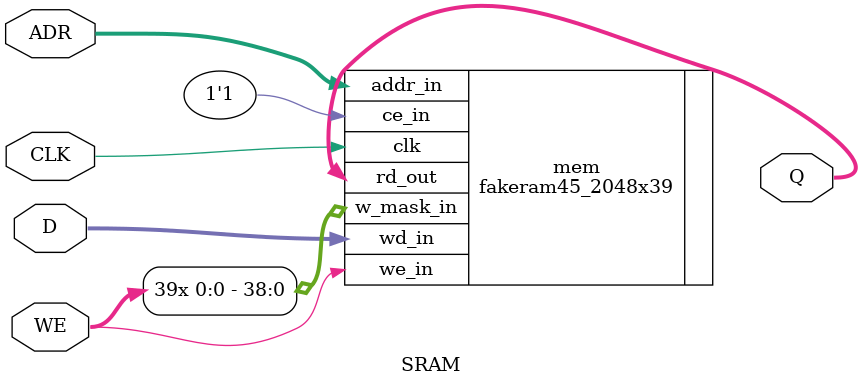
<source format=v>
module SRAM(CLK, ADR, D, Q, WE);
  input CLK, WE;
  input [10:0] ADR;
  input [38:0] D;
  output [38:0] Q;
  wire CLK, WE;
  wire [10:0] ADR;
  wire [38:0] D;
  wire [38:0] Q;

  fakeram45_2048x39 mem (
    .clk      (CLK     ),
    .rd_out   (Q       ),
    .ce_in    (1'b1    ),
    .we_in    (WE      ),
    .w_mask_in({39{WE}}),
    .addr_in  (ADR     ),
    .wd_in    (D       )
  );

endmodule

</source>
